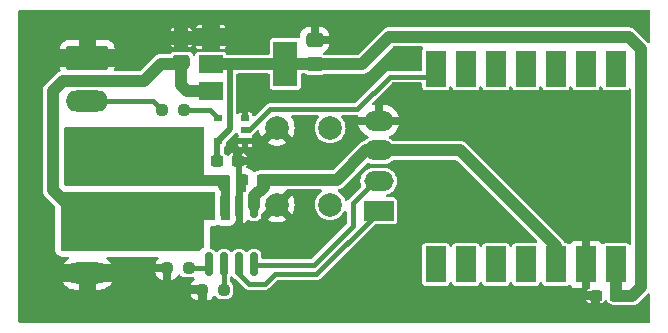
<source format=gbr>
%TF.GenerationSoftware,KiCad,Pcbnew,8.0.3*%
%TF.CreationDate,2024-06-15T12:10:25-04:00*%
%TF.ProjectId,RP2040_Count,52503230-3430-45f4-936f-756e742e6b69,v2*%
%TF.SameCoordinates,Original*%
%TF.FileFunction,Copper,L1,Top*%
%TF.FilePolarity,Positive*%
%FSLAX46Y46*%
G04 Gerber Fmt 4.6, Leading zero omitted, Abs format (unit mm)*
G04 Created by KiCad (PCBNEW 8.0.3) date 2024-06-15 12:10:25*
%MOMM*%
%LPD*%
G01*
G04 APERTURE LIST*
G04 Aperture macros list*
%AMRoundRect*
0 Rectangle with rounded corners*
0 $1 Rounding radius*
0 $2 $3 $4 $5 $6 $7 $8 $9 X,Y pos of 4 corners*
0 Add a 4 corners polygon primitive as box body*
4,1,4,$2,$3,$4,$5,$6,$7,$8,$9,$2,$3,0*
0 Add four circle primitives for the rounded corners*
1,1,$1+$1,$2,$3*
1,1,$1+$1,$4,$5*
1,1,$1+$1,$6,$7*
1,1,$1+$1,$8,$9*
0 Add four rect primitives between the rounded corners*
20,1,$1+$1,$2,$3,$4,$5,0*
20,1,$1+$1,$4,$5,$6,$7,0*
20,1,$1+$1,$6,$7,$8,$9,0*
20,1,$1+$1,$8,$9,$2,$3,0*%
G04 Aperture macros list end*
%TA.AperFunction,SMDPad,CuDef*%
%ADD10RoundRect,0.249999X1.425001X-0.450001X1.425001X0.450001X-1.425001X0.450001X-1.425001X-0.450001X0*%
%TD*%
%TA.AperFunction,ComponentPad*%
%ADD11RoundRect,0.250000X-1.550000X0.650000X-1.550000X-0.650000X1.550000X-0.650000X1.550000X0.650000X0*%
%TD*%
%TA.AperFunction,ComponentPad*%
%ADD12O,3.600000X1.800000*%
%TD*%
%TA.AperFunction,SMDPad,CuDef*%
%ADD13RoundRect,0.237500X0.250000X0.237500X-0.250000X0.237500X-0.250000X-0.237500X0.250000X-0.237500X0*%
%TD*%
%TA.AperFunction,SMDPad,CuDef*%
%ADD14RoundRect,0.237500X-0.300000X-0.237500X0.300000X-0.237500X0.300000X0.237500X-0.300000X0.237500X0*%
%TD*%
%TA.AperFunction,SMDPad,CuDef*%
%ADD15R,0.700000X0.510000*%
%TD*%
%TA.AperFunction,SMDPad,CuDef*%
%ADD16RoundRect,0.150000X0.150000X-0.825000X0.150000X0.825000X-0.150000X0.825000X-0.150000X-0.825000X0*%
%TD*%
%TA.AperFunction,SMDPad,CuDef*%
%ADD17RoundRect,0.250000X0.475000X-0.337500X0.475000X0.337500X-0.475000X0.337500X-0.475000X-0.337500X0*%
%TD*%
%TA.AperFunction,ComponentPad*%
%ADD18R,1.600000X1.600000*%
%TD*%
%TA.AperFunction,SMDPad,CuDef*%
%ADD19R,1.700000X3.030000*%
%TD*%
%TA.AperFunction,ComponentPad*%
%ADD20C,1.600000*%
%TD*%
%TA.AperFunction,SMDPad,CuDef*%
%ADD21RoundRect,0.237500X-0.250000X-0.237500X0.250000X-0.237500X0.250000X0.237500X-0.250000X0.237500X0*%
%TD*%
%TA.AperFunction,SMDPad,CuDef*%
%ADD22R,2.000000X1.500000*%
%TD*%
%TA.AperFunction,SMDPad,CuDef*%
%ADD23R,2.000000X3.800000*%
%TD*%
%TA.AperFunction,SMDPad,CuDef*%
%ADD24RoundRect,0.237500X0.300000X0.237500X-0.300000X0.237500X-0.300000X-0.237500X0.300000X-0.237500X0*%
%TD*%
%TA.AperFunction,ComponentPad*%
%ADD25RoundRect,0.291667X-1.508333X0.758333X-1.508333X-0.758333X1.508333X-0.758333X1.508333X0.758333X0*%
%TD*%
%TA.AperFunction,ComponentPad*%
%ADD26O,3.600000X2.100000*%
%TD*%
%TA.AperFunction,ComponentPad*%
%ADD27R,2.500000X1.700000*%
%TD*%
%TA.AperFunction,ComponentPad*%
%ADD28O,2.500000X1.700000*%
%TD*%
%TA.AperFunction,ComponentPad*%
%ADD29C,2.000000*%
%TD*%
%TA.AperFunction,ViaPad*%
%ADD30C,0.800000*%
%TD*%
%TA.AperFunction,Conductor*%
%ADD31C,0.500000*%
%TD*%
%TA.AperFunction,Conductor*%
%ADD32C,1.000000*%
%TD*%
%TA.AperFunction,Conductor*%
%ADD33C,0.400000*%
%TD*%
G04 APERTURE END LIST*
D10*
%TO.P,R2,1*%
%TO.N,VIN1*%
X112200000Y-91800000D03*
%TO.P,R2,2*%
%TO.N,VOUT1*%
X112200000Y-85700000D03*
%TD*%
D11*
%TO.P,TB1,1,P1*%
%TO.N,VIN1*%
X105357500Y-92112500D03*
D12*
%TO.P,TB1,2,P2*%
%TO.N,GND*%
X105357500Y-95922500D03*
%TD*%
D13*
%TO.P,R3,1*%
%TO.N,Net-(U4-A0)*%
X116912500Y-97300000D03*
%TO.P,R3,2*%
%TO.N,GND*%
X115087500Y-97300000D03*
%TD*%
D14*
%TO.P,C6,1*%
%TO.N,GND*%
X148375000Y-97800000D03*
%TO.P,C6,2*%
%TO.N,+5V*%
X150100000Y-97800000D03*
%TD*%
%TO.P,C1,1*%
%TO.N,+5V*%
X116337500Y-86400000D03*
%TO.P,C1,2*%
%TO.N,GND*%
X118062500Y-86400000D03*
%TD*%
D15*
%TO.P,U1,1*%
%TO.N,GND*%
X118720000Y-84700000D03*
%TO.P,U1,2*%
%TO.N,OUT1*%
X118720000Y-83750000D03*
%TO.P,U1,3,GND*%
%TO.N,GND*%
X118720000Y-82800000D03*
%TO.P,U1,4*%
%TO.N,Net-(R1-Pad2)*%
X116400000Y-82800000D03*
%TO.P,U1,5,VCC*%
%TO.N,+5V*%
X116400000Y-84700000D03*
%TD*%
D16*
%TO.P,U4,1,A1*%
%TO.N,Net-(U4-A1)*%
X115645000Y-95145000D03*
%TO.P,U4,2,A0*%
%TO.N,Net-(U4-A0)*%
X116915000Y-95145000D03*
%TO.P,U4,3,SDA*%
%TO.N,I2C_SDA*%
X118185000Y-95145000D03*
%TO.P,U4,4,SCL*%
%TO.N,I2C_SCL*%
X119455000Y-95145000D03*
%TO.P,U4,5,VS*%
%TO.N,+3.3V*%
X119455000Y-90195000D03*
%TO.P,U4,6,GND*%
%TO.N,GND*%
X118185000Y-90195000D03*
%TO.P,U4,7,IN-*%
%TO.N,VOUT1*%
X116915000Y-90195000D03*
%TO.P,U4,8,IN+*%
%TO.N,VIN1*%
X115645000Y-90195000D03*
%TD*%
D17*
%TO.P,C4,1*%
%TO.N,+5V*%
X124600000Y-78237500D03*
%TO.P,C4,2*%
%TO.N,GND*%
X124600000Y-76162500D03*
%TD*%
D18*
%TO.P,U2,1,PA02_A0_D0*%
%TO.N,unconnected-(U2-PA02_A0_D0-Pad1)*%
X150100000Y-79260000D03*
D19*
X150100001Y-78595000D03*
D20*
%TO.P,U2,2,PA4_A1_D1*%
%TO.N,unconnected-(U2-PA4_A1_D1-Pad2)*%
X147560000Y-79260000D03*
D19*
X147560000Y-78595000D03*
D20*
%TO.P,U2,3,PA10_A2_D2*%
%TO.N,unconnected-(U2-PA10_A2_D2-Pad3)*%
X145020000Y-79260000D03*
D19*
X145020000Y-78595000D03*
D20*
%TO.P,U2,4,PA11_A3_D3*%
%TO.N,unconnected-(U2-PA11_A3_D3-Pad4)*%
X142480000Y-79260000D03*
D19*
X142480000Y-78595000D03*
D20*
%TO.P,U2,5,PA8_A4_D4_SDA*%
%TO.N,I2C_SDA*%
X139940000Y-79260000D03*
D19*
X139940000Y-78595000D03*
D20*
%TO.P,U2,6,PA9_A5_D5_SCL*%
%TO.N,I2C_SCL*%
X137400000Y-79260000D03*
D19*
X137400000Y-78595000D03*
D20*
%TO.P,U2,7,PB08_A6_D6_TX*%
%TO.N,OUT1*%
X134860000Y-79260000D03*
D19*
X134860000Y-78595000D03*
%TO.P,U2,8,PB09_A7_D7_RX*%
%TO.N,SW1*%
X134860000Y-95165000D03*
D20*
X134860000Y-94500000D03*
D19*
%TO.P,U2,9,PA7_A8_D8_SCK*%
%TO.N,unconnected-(U2-PA7_A8_D8_SCK-Pad9)*%
X137400000Y-95165000D03*
D20*
X137400000Y-94500000D03*
D19*
%TO.P,U2,10,PA5_A9_D9_MISO*%
%TO.N,unconnected-(U2-PA5_A9_D9_MISO-Pad10)*%
X139940000Y-95165000D03*
D20*
X139940000Y-94500000D03*
D19*
%TO.P,U2,11,PA6_A10_D10_MOSI*%
%TO.N,unconnected-(U2-PA6_A10_D10_MOSI-Pad11)*%
X142480000Y-95165000D03*
D20*
X142480000Y-94500000D03*
D19*
%TO.P,U2,12,3V3*%
%TO.N,+3.3V*%
X145020000Y-95165000D03*
D20*
X145020000Y-94500000D03*
D19*
%TO.P,U2,13,GND*%
%TO.N,GND*%
X147560000Y-95165000D03*
D20*
X147560000Y-94500000D03*
%TO.P,U2,14,5V*%
%TO.N,+5V*%
X150100000Y-94500000D03*
D19*
X150100000Y-95165000D03*
%TD*%
D21*
%TO.P,R1,1*%
%TO.N,/DOUT1*%
X111687500Y-82100000D03*
%TO.P,R1,2*%
%TO.N,Net-(R1-Pad2)*%
X113512500Y-82100000D03*
%TD*%
D22*
%TO.P,U3,1,GND*%
%TO.N,GND*%
X115800000Y-75900000D03*
%TO.P,U3,2,VO*%
%TO.N,+5V*%
X115800000Y-78200000D03*
D23*
X122100000Y-78200000D03*
D22*
%TO.P,U3,3,VI*%
%TO.N,VIN1*%
X115800000Y-80500000D03*
%TD*%
D24*
%TO.P,C5,1*%
%TO.N,+3.3V*%
X120185000Y-87990000D03*
%TO.P,C5,2*%
%TO.N,GND*%
X118460000Y-87990000D03*
%TD*%
D17*
%TO.P,C3,1*%
%TO.N,VIN1*%
X113300000Y-78037500D03*
%TO.P,C3,2*%
%TO.N,GND*%
X113300000Y-75962500D03*
%TD*%
D13*
%TO.P,R4,1*%
%TO.N,Net-(U4-A1)*%
X113922500Y-95490000D03*
%TO.P,R4,2*%
%TO.N,GND*%
X112097500Y-95490000D03*
%TD*%
D25*
%TO.P,J2,1,Pin_1*%
%TO.N,GND*%
X105357500Y-77680000D03*
D12*
%TO.P,J2,2,Pin_2*%
%TO.N,/DOUT1*%
X105357500Y-81340000D03*
D26*
%TO.P,J2,3,Pin_3*%
%TO.N,VOUT1*%
X105357500Y-85000000D03*
%TD*%
D27*
%TO.P,J3,1,Pin_1*%
%TO.N,I2C_SDA*%
X130010000Y-90620000D03*
D28*
%TO.P,J3,2,Pin_2*%
%TO.N,I2C_SCL*%
X130010000Y-88120000D03*
%TO.P,J3,3,Pin_3*%
%TO.N,+3.3V*%
X130010000Y-85520000D03*
%TO.P,J3,4,Pin_4*%
%TO.N,GND*%
X130010000Y-83020000D03*
%TD*%
D29*
%TO.P,SW1,1,1*%
%TO.N,SW1*%
X125900000Y-90100000D03*
X125900000Y-83600000D03*
%TO.P,SW1,2,2*%
%TO.N,GND*%
X121400000Y-90100000D03*
X121400000Y-83600000D03*
%TD*%
D30*
%TO.N,GND*%
X132450000Y-95810000D03*
X120200000Y-76900000D03*
X119500000Y-86500000D03*
X117400000Y-92700000D03*
X108000000Y-99000000D03*
X125600000Y-74600000D03*
X115900000Y-99000000D03*
X125510000Y-92560000D03*
X127630000Y-95110000D03*
X152200000Y-74400000D03*
X150700000Y-81900000D03*
X151900000Y-99200000D03*
X121400000Y-81000000D03*
X118000000Y-76900000D03*
X147050000Y-81900000D03*
X119100000Y-75900000D03*
X124600000Y-74600000D03*
X132600000Y-86900000D03*
X109100000Y-76400000D03*
X131500000Y-77900000D03*
X101000000Y-94500000D03*
X123510000Y-74660000D03*
X120200000Y-75900000D03*
X119800000Y-79500000D03*
X150600000Y-92600000D03*
X113700000Y-97300000D03*
X114200000Y-74200000D03*
X136200000Y-87300000D03*
X148400000Y-99100000D03*
X146290000Y-74320000D03*
X135800000Y-83800000D03*
X131310000Y-74310000D03*
X141800000Y-92800000D03*
X145300000Y-98900000D03*
X119500000Y-92600000D03*
X116600000Y-74200000D03*
X135400000Y-81100000D03*
X141000000Y-99000000D03*
X121060000Y-94050000D03*
X118000000Y-75900000D03*
X112000000Y-74200000D03*
X130120000Y-95930000D03*
X110700000Y-95500000D03*
X139140000Y-74310000D03*
X111500000Y-76400000D03*
X147000000Y-97900000D03*
X146100000Y-92500000D03*
X121900000Y-97200000D03*
X112100000Y-97100000D03*
X122700000Y-81000000D03*
X116300000Y-92700000D03*
X121000000Y-99000000D03*
X126600000Y-76100000D03*
X112080000Y-98970000D03*
X113100000Y-74200000D03*
X142625000Y-81900000D03*
X118800000Y-81000000D03*
X130160000Y-93130000D03*
X135000000Y-99000000D03*
X132400000Y-90200000D03*
X124830000Y-86510000D03*
X111500000Y-75200000D03*
X119800000Y-81000000D03*
X115400000Y-74200000D03*
X101000000Y-99000000D03*
X138200000Y-84700000D03*
X124380000Y-80240000D03*
X127080000Y-80260000D03*
X150700000Y-86600000D03*
X126600000Y-74600000D03*
X127000000Y-99000000D03*
X119100000Y-76900000D03*
X118800000Y-79500000D03*
X118400000Y-92700000D03*
%TO.N,VIN1*%
X112700000Y-90500000D03*
X113700000Y-90500000D03*
X111700000Y-93500000D03*
X114700000Y-92500000D03*
X114700000Y-89500000D03*
X110700000Y-93500000D03*
X112700000Y-89500000D03*
X110700000Y-90500000D03*
X111700000Y-89500000D03*
X112700000Y-93500000D03*
X109700000Y-89500000D03*
X113700000Y-89500000D03*
X113700000Y-93500000D03*
X109700000Y-93500000D03*
X114700000Y-93500000D03*
X110700000Y-89500000D03*
X114700000Y-91500000D03*
X114700000Y-90500000D03*
X109700000Y-91500000D03*
X109700000Y-90500000D03*
X111700000Y-90500000D03*
X109700000Y-92500000D03*
%TO.N,VOUT1*%
X114700000Y-86000000D03*
X114700000Y-85000000D03*
X111700000Y-84000000D03*
X110700000Y-84000000D03*
X114700000Y-84000000D03*
X114700000Y-87000000D03*
X109700000Y-85000000D03*
X111700000Y-88000000D03*
X113700000Y-84000000D03*
X109700000Y-86000000D03*
X110700000Y-88000000D03*
X112700000Y-88000000D03*
X109700000Y-88000000D03*
X109700000Y-87000000D03*
X110700000Y-87000000D03*
X114700000Y-88000000D03*
X109700000Y-84000000D03*
X113700000Y-87000000D03*
X112700000Y-84000000D03*
X112700000Y-87000000D03*
X111700000Y-87000000D03*
X113700000Y-88000000D03*
%TD*%
D31*
%TO.N,+5V*%
X116400000Y-84700000D02*
X117400000Y-83700000D01*
D32*
X117400000Y-78200000D02*
X115800000Y-78200000D01*
X124562500Y-78200000D02*
X122100000Y-78200000D01*
X151170001Y-75900000D02*
X152200000Y-76929999D01*
X152200000Y-76929999D02*
X152200000Y-97100000D01*
X128562500Y-78237500D02*
X130900000Y-75900000D01*
X150100000Y-94500000D02*
X150100000Y-97800000D01*
D31*
X116337500Y-84762500D02*
X116400000Y-84700000D01*
D32*
X122100000Y-78200000D02*
X117400000Y-78200000D01*
X151500000Y-97800000D02*
X150100000Y-97800000D01*
X152200000Y-97100000D02*
X151500000Y-97800000D01*
X124600000Y-78237500D02*
X128562500Y-78237500D01*
D31*
X116337500Y-86400000D02*
X116337500Y-84762500D01*
X117400000Y-83700000D02*
X117400000Y-78200000D01*
D32*
X130900000Y-75900000D02*
X151170001Y-75900000D01*
D33*
%TO.N,GND*%
X118720000Y-82080000D02*
X119800000Y-81000000D01*
X119500000Y-86500000D02*
X118162500Y-86500000D01*
X118185000Y-92485000D02*
X118400000Y-92700000D01*
X118720000Y-84700000D02*
X118720000Y-85240000D01*
D31*
X118185000Y-90195000D02*
X118185000Y-92485000D01*
D33*
X118200000Y-86537500D02*
X118062500Y-86400000D01*
X118110000Y-86352500D02*
X118062500Y-86400000D01*
X118720000Y-82800000D02*
X118720000Y-82080000D01*
X118162500Y-86500000D02*
X118062500Y-86400000D01*
X118110000Y-85850000D02*
X118110000Y-86352500D01*
D31*
X118185000Y-90195000D02*
X118185000Y-88352500D01*
D33*
X118720000Y-85240000D02*
X118110000Y-85850000D01*
D31*
X118200000Y-87662500D02*
X118200000Y-86537500D01*
X118185000Y-88352500D02*
X118537500Y-88000000D01*
D33*
X118720000Y-84700000D02*
X119800000Y-84700000D01*
D31*
X118537500Y-88000000D02*
X118200000Y-87662500D01*
D32*
%TO.N,VIN1*%
X115800000Y-80500000D02*
X113800000Y-80500000D01*
X110150000Y-79600000D02*
X111590000Y-78160000D01*
D31*
X115005000Y-90195000D02*
X114700000Y-90500000D01*
D32*
X105357500Y-91857500D02*
X102400000Y-88900000D01*
X113177500Y-78160000D02*
X113300000Y-78037500D01*
X111590000Y-78160000D02*
X113177500Y-78160000D01*
X103268406Y-79600000D02*
X110150000Y-79600000D01*
X105357500Y-92112500D02*
X105357500Y-91857500D01*
X102400000Y-88900000D02*
X102400000Y-80468406D01*
X102400000Y-80468406D02*
X103268406Y-79600000D01*
D31*
X115645000Y-90195000D02*
X115005000Y-90195000D01*
D32*
X113800000Y-80500000D02*
X113300000Y-80000000D01*
X113300000Y-80000000D02*
X113300000Y-78037500D01*
%TO.N,+3.3V*%
X136880635Y-85500000D02*
X145020000Y-93639365D01*
X130010000Y-85520000D02*
X130030000Y-85500000D01*
X130030000Y-85500000D02*
X136880635Y-85500000D01*
X128980000Y-85520000D02*
X130010000Y-85520000D01*
X119455000Y-89382500D02*
X119455000Y-90195000D01*
X120262500Y-88000000D02*
X120262500Y-88575000D01*
X120262500Y-88000000D02*
X126500000Y-88000000D01*
X145020000Y-93639365D02*
X145020000Y-94500000D01*
X120262500Y-88575000D02*
X119455000Y-89382500D01*
X126500000Y-88000000D02*
X128980000Y-85520000D01*
D33*
%TO.N,/DOUT1*%
X110927500Y-81340000D02*
X105357500Y-81340000D01*
X111687500Y-82100000D02*
X110927500Y-81340000D01*
D31*
%TO.N,VOUT1*%
X116800000Y-88300000D02*
X116915000Y-88415000D01*
X116800000Y-88000000D02*
X116800000Y-88300000D01*
X116915000Y-88415000D02*
X116915000Y-90195000D01*
X114700000Y-88000000D02*
X116800000Y-88000000D01*
D33*
%TO.N,I2C_SDA*%
X121200000Y-96000000D02*
X120400000Y-96800000D01*
X119000000Y-96800000D02*
X118185000Y-95985000D01*
X118185000Y-95985000D02*
X118185000Y-95145000D01*
X124700000Y-96000000D02*
X121200000Y-96000000D01*
X130010000Y-90690000D02*
X124700000Y-96000000D01*
X120400000Y-96800000D02*
X119000000Y-96800000D01*
X130010000Y-90620000D02*
X130010000Y-90690000D01*
%TO.N,I2C_SCL*%
X130010000Y-88120000D02*
X129680000Y-88120000D01*
X119485000Y-95175000D02*
X119455000Y-95145000D01*
X127800000Y-90000000D02*
X127800000Y-91900000D01*
X124525000Y-95175000D02*
X119485000Y-95175000D01*
X129680000Y-88120000D02*
X127800000Y-90000000D01*
X127800000Y-91900000D02*
X124525000Y-95175000D01*
%TO.N,Net-(R1-Pad2)*%
X116400000Y-82800000D02*
X115700000Y-82100000D01*
X115700000Y-82100000D02*
X113512500Y-82100000D01*
%TO.N,Net-(U4-A0)*%
X116915000Y-95145000D02*
X116915000Y-97297500D01*
X116915000Y-97297500D02*
X116912500Y-97300000D01*
%TO.N,Net-(U4-A1)*%
X115300000Y-95490000D02*
X115645000Y-95145000D01*
X113922500Y-95490000D02*
X115300000Y-95490000D01*
%TO.N,OUT1*%
X119060000Y-83750000D02*
X120780000Y-82030000D01*
X120780000Y-82030000D02*
X128170000Y-82030000D01*
X130940000Y-79260000D02*
X134860000Y-79260000D01*
X128170000Y-82030000D02*
X130940000Y-79260000D01*
X118720000Y-83750000D02*
X119060000Y-83750000D01*
%TD*%
%TA.AperFunction,Conductor*%
%TO.N,VOUT1*%
G36*
X115143039Y-83519685D02*
G01*
X115188794Y-83572489D01*
X115200000Y-83624000D01*
X115200000Y-87600000D01*
X117298000Y-87600000D01*
X117365039Y-87619685D01*
X117410794Y-87672489D01*
X117422000Y-87724000D01*
X117422000Y-88276669D01*
X117422001Y-88276687D01*
X117433014Y-88384489D01*
X117432751Y-88384515D01*
X117434500Y-88401032D01*
X117434500Y-89087670D01*
X117429576Y-89122265D01*
X117387402Y-89267426D01*
X117387401Y-89267432D01*
X117384500Y-89304298D01*
X117384500Y-91085701D01*
X117387401Y-91122567D01*
X117387402Y-91122573D01*
X117421927Y-91241405D01*
X117421728Y-91311274D01*
X117383786Y-91369944D01*
X117320148Y-91398788D01*
X117302851Y-91400000D01*
X116781331Y-91400000D01*
X116714292Y-91380315D01*
X116668537Y-91327511D01*
X116657332Y-91275647D01*
X116657425Y-91243022D01*
X116657425Y-91242851D01*
X116657424Y-91242850D01*
X116657425Y-91242845D01*
X116657425Y-91242844D01*
X116637354Y-91100371D01*
X116624924Y-91057587D01*
X116620000Y-91022991D01*
X116620000Y-89367009D01*
X116624924Y-89332414D01*
X116633090Y-89304306D01*
X116634450Y-89299626D01*
X116643126Y-89265328D01*
X116646787Y-89248380D01*
X116653038Y-89213583D01*
X116653037Y-89069703D01*
X116643093Y-89000545D01*
X116602558Y-88862496D01*
X116524770Y-88741457D01*
X116524765Y-88741451D01*
X116479021Y-88688659D01*
X116479017Y-88688656D01*
X116479015Y-88688653D01*
X116442795Y-88657268D01*
X116405023Y-88598491D01*
X116400000Y-88563557D01*
X116400000Y-88500000D01*
X116077068Y-88500000D01*
X116059422Y-88498738D01*
X116029946Y-88494500D01*
X116029945Y-88494500D01*
X103524500Y-88494500D01*
X103457461Y-88474815D01*
X103411706Y-88422011D01*
X103400500Y-88370500D01*
X103400500Y-83624000D01*
X103420185Y-83556961D01*
X103472989Y-83511206D01*
X103524500Y-83500000D01*
X115076000Y-83500000D01*
X115143039Y-83519685D01*
G37*
%TD.AperFunction*%
%TD*%
%TA.AperFunction,Conductor*%
%TO.N,GND*%
G36*
X152943039Y-73619685D02*
G01*
X152988794Y-73672489D01*
X153000000Y-73724000D01*
X153000000Y-76298558D01*
X152980315Y-76365597D01*
X152927511Y-76411352D01*
X152858353Y-76421296D01*
X152794797Y-76392271D01*
X152788319Y-76386239D01*
X151680293Y-75278213D01*
X151680289Y-75278210D01*
X151549186Y-75190609D01*
X151549173Y-75190602D01*
X151403502Y-75130264D01*
X151403490Y-75130261D01*
X151248846Y-75099500D01*
X151248843Y-75099500D01*
X130978842Y-75099500D01*
X130821157Y-75099500D01*
X130821155Y-75099500D01*
X130666508Y-75130261D01*
X130666498Y-75130264D01*
X130520827Y-75190602D01*
X130520814Y-75190609D01*
X130389711Y-75278210D01*
X130389707Y-75278213D01*
X128267241Y-77400681D01*
X128205918Y-77434166D01*
X128179560Y-77437000D01*
X125417210Y-77437000D01*
X125355285Y-77418816D01*
X125354735Y-77419796D01*
X125350488Y-77417408D01*
X125350171Y-77417315D01*
X125342281Y-77411801D01*
X125340580Y-77410511D01*
X125341967Y-77408680D01*
X125301684Y-77367383D01*
X125287681Y-77298931D01*
X125312910Y-77233775D01*
X125369359Y-77192602D01*
X125372245Y-77191606D01*
X125394120Y-77184357D01*
X125394124Y-77184356D01*
X125543345Y-77092315D01*
X125667315Y-76968345D01*
X125759356Y-76819124D01*
X125759358Y-76819119D01*
X125814505Y-76652697D01*
X125814506Y-76652690D01*
X125824999Y-76549986D01*
X125825000Y-76549973D01*
X125825000Y-76512500D01*
X124374000Y-76512500D01*
X124306961Y-76492815D01*
X124261206Y-76440011D01*
X124250000Y-76388500D01*
X124250000Y-75812500D01*
X124950000Y-75812500D01*
X125824999Y-75812500D01*
X125824999Y-75775028D01*
X125824998Y-75775013D01*
X125814505Y-75672302D01*
X125759358Y-75505880D01*
X125759356Y-75505875D01*
X125667315Y-75356654D01*
X125543345Y-75232684D01*
X125394124Y-75140643D01*
X125394119Y-75140641D01*
X125227697Y-75085494D01*
X125227690Y-75085493D01*
X125124986Y-75075000D01*
X124950000Y-75075000D01*
X124950000Y-75812500D01*
X124250000Y-75812500D01*
X124250000Y-75075000D01*
X124075029Y-75075000D01*
X124075012Y-75075001D01*
X123972302Y-75085494D01*
X123805880Y-75140641D01*
X123805875Y-75140643D01*
X123656654Y-75232684D01*
X123532684Y-75356654D01*
X123440643Y-75505875D01*
X123440641Y-75505880D01*
X123385494Y-75672302D01*
X123385493Y-75672309D01*
X123375000Y-75775013D01*
X123375000Y-75902634D01*
X123355315Y-75969673D01*
X123302511Y-76015428D01*
X123233353Y-76025372D01*
X123200914Y-76016069D01*
X123169991Y-76002415D01*
X123144865Y-75999500D01*
X121055143Y-75999500D01*
X121055117Y-75999502D01*
X121030012Y-76002413D01*
X121030008Y-76002415D01*
X120927235Y-76047793D01*
X120847794Y-76127234D01*
X120802415Y-76230006D01*
X120802415Y-76230008D01*
X120799500Y-76255131D01*
X120799500Y-77275500D01*
X120779815Y-77342539D01*
X120727011Y-77388294D01*
X120675500Y-77399500D01*
X117186989Y-77399500D01*
X117119950Y-77379815D01*
X117074195Y-77327011D01*
X117073607Y-77325704D01*
X117052206Y-77277235D01*
X116972765Y-77197794D01*
X116961006Y-77192602D01*
X116869992Y-77152415D01*
X116844865Y-77149500D01*
X114755143Y-77149500D01*
X114755117Y-77149502D01*
X114730012Y-77152413D01*
X114730008Y-77152415D01*
X114627235Y-77197793D01*
X114547794Y-77277234D01*
X114502415Y-77380006D01*
X114502413Y-77380014D01*
X114499910Y-77401589D01*
X114472629Y-77465912D01*
X114414903Y-77505275D01*
X114345059Y-77507180D01*
X114285273Y-77471023D01*
X114261381Y-77432780D01*
X114259361Y-77427658D01*
X114167922Y-77307077D01*
X114047343Y-77215639D01*
X113906561Y-77160122D01*
X113860926Y-77154642D01*
X113818102Y-77149500D01*
X112781898Y-77149500D01*
X112742853Y-77154188D01*
X112693438Y-77160122D01*
X112552656Y-77215639D01*
X112432077Y-77307077D01*
X112429537Y-77310428D01*
X112426434Y-77312720D01*
X112426080Y-77313075D01*
X112426026Y-77313021D01*
X112373344Y-77351950D01*
X112330735Y-77359500D01*
X111511153Y-77359500D01*
X111356510Y-77390260D01*
X111356502Y-77390262D01*
X111210824Y-77450604D01*
X111210814Y-77450609D01*
X111079711Y-77538210D01*
X111079707Y-77538213D01*
X109854741Y-78763181D01*
X109793418Y-78796666D01*
X109767060Y-78799500D01*
X107752950Y-78799500D01*
X107685911Y-78779815D01*
X107640156Y-78727011D01*
X107630212Y-78657853D01*
X107635909Y-78634544D01*
X107642535Y-78615608D01*
X107642536Y-78615601D01*
X107657499Y-78482796D01*
X107657500Y-78482792D01*
X107657500Y-78430000D01*
X103057500Y-78430000D01*
X103057500Y-78482796D01*
X103072463Y-78615601D01*
X103072465Y-78615612D01*
X103094593Y-78678848D01*
X103098155Y-78748627D01*
X103063427Y-78809254D01*
X103025005Y-78834364D01*
X102889230Y-78890604D01*
X102889220Y-78890609D01*
X102758117Y-78978210D01*
X102758113Y-78978213D01*
X102067906Y-79668422D01*
X101889711Y-79846617D01*
X101851828Y-79884500D01*
X101778209Y-79958118D01*
X101690609Y-80089220D01*
X101690602Y-80089233D01*
X101630264Y-80234904D01*
X101630261Y-80234916D01*
X101599500Y-80389559D01*
X101599500Y-88978846D01*
X101630261Y-89133489D01*
X101630264Y-89133501D01*
X101690602Y-89279172D01*
X101690609Y-89279185D01*
X101778210Y-89410288D01*
X101778213Y-89410292D01*
X102558181Y-90190259D01*
X102591666Y-90251582D01*
X102594500Y-90277940D01*
X102594500Y-93876000D01*
X102594501Y-93876009D01*
X102606052Y-93983450D01*
X102606054Y-93983462D01*
X102617260Y-94034972D01*
X102651383Y-94137497D01*
X102651386Y-94137503D01*
X102729171Y-94258537D01*
X102729179Y-94258548D01*
X102774923Y-94311340D01*
X102774926Y-94311343D01*
X102774930Y-94311347D01*
X102883664Y-94405567D01*
X103014541Y-94465338D01*
X103081580Y-94485023D01*
X103081584Y-94485024D01*
X103224000Y-94505500D01*
X103224003Y-94505500D01*
X103644378Y-94505500D01*
X103711417Y-94525185D01*
X103757172Y-94577989D01*
X103767116Y-94647147D01*
X103738091Y-94710703D01*
X103717264Y-94729818D01*
X103545458Y-94854642D01*
X103389642Y-95010458D01*
X103389637Y-95010464D01*
X103271912Y-95172499D01*
X103271912Y-95172500D01*
X107443088Y-95172500D01*
X107443087Y-95172499D01*
X107325362Y-95010464D01*
X107325357Y-95010458D01*
X107169541Y-94854642D01*
X106997736Y-94729818D01*
X106955071Y-94674488D01*
X106949092Y-94604875D01*
X106981698Y-94543080D01*
X107042537Y-94508722D01*
X107070622Y-94505500D01*
X111252155Y-94505500D01*
X111319194Y-94525185D01*
X111364949Y-94577989D01*
X111374893Y-94647147D01*
X111345868Y-94710703D01*
X111339836Y-94717181D01*
X111265055Y-94791961D01*
X111265052Y-94791965D01*
X111174551Y-94938688D01*
X111174545Y-94938701D01*
X111120319Y-95102348D01*
X111120318Y-95102354D01*
X111116471Y-95139999D01*
X111116472Y-95140000D01*
X112323500Y-95140000D01*
X112390539Y-95159685D01*
X112436294Y-95212489D01*
X112447500Y-95264000D01*
X112447500Y-96459802D01*
X112497650Y-96454680D01*
X112497653Y-96454680D01*
X112661300Y-96400453D01*
X112661311Y-96400448D01*
X112808034Y-96309947D01*
X112808038Y-96309944D01*
X112929943Y-96188039D01*
X113021806Y-96039107D01*
X113073754Y-95992383D01*
X113142717Y-95981160D01*
X113206799Y-96009004D01*
X113226149Y-96029278D01*
X113288501Y-96111501D01*
X113389425Y-96188034D01*
X113406342Y-96200862D01*
X113543923Y-96255117D01*
X113601562Y-96262039D01*
X113630381Y-96265500D01*
X113630382Y-96265500D01*
X114214616Y-96265500D01*
X114214618Y-96265500D01*
X114289230Y-96256539D01*
X114358136Y-96268089D01*
X114409861Y-96315060D01*
X114427980Y-96382539D01*
X114406741Y-96449102D01*
X114380934Y-96476913D01*
X114376965Y-96480051D01*
X114255055Y-96601961D01*
X114255052Y-96601965D01*
X114164551Y-96748688D01*
X114164545Y-96748701D01*
X114110319Y-96912348D01*
X114110318Y-96912354D01*
X114106471Y-96949999D01*
X114106472Y-96950000D01*
X115313500Y-96950000D01*
X115380539Y-96969685D01*
X115426294Y-97022489D01*
X115437500Y-97074000D01*
X115437500Y-98269802D01*
X115487650Y-98264680D01*
X115487653Y-98264680D01*
X115651300Y-98210453D01*
X115651311Y-98210448D01*
X115749311Y-98150000D01*
X147596656Y-98150000D01*
X147642733Y-98273538D01*
X147726741Y-98385758D01*
X147838963Y-98469767D01*
X147838966Y-98469768D01*
X147970306Y-98518757D01*
X148024999Y-98524637D01*
X148025000Y-98524637D01*
X148025000Y-98150000D01*
X147596656Y-98150000D01*
X115749311Y-98150000D01*
X115798034Y-98119947D01*
X115798038Y-98119944D01*
X115919943Y-97998039D01*
X116011806Y-97849107D01*
X116063754Y-97802383D01*
X116132717Y-97791160D01*
X116196799Y-97819004D01*
X116216149Y-97839278D01*
X116278501Y-97921501D01*
X116379425Y-97998034D01*
X116396342Y-98010862D01*
X116533923Y-98065117D01*
X116591562Y-98072039D01*
X116620381Y-98075500D01*
X116620382Y-98075500D01*
X117204619Y-98075500D01*
X117226232Y-98072904D01*
X117291077Y-98065117D01*
X117428658Y-98010862D01*
X117546500Y-97921500D01*
X117635862Y-97803658D01*
X117690117Y-97666077D01*
X117700500Y-97579618D01*
X117700500Y-97020382D01*
X117690117Y-96933923D01*
X117635862Y-96796342D01*
X117635860Y-96796339D01*
X117546500Y-96678499D01*
X117464575Y-96616374D01*
X117423051Y-96560182D01*
X117415500Y-96517570D01*
X117415500Y-96294539D01*
X117435185Y-96227500D01*
X117439727Y-96220910D01*
X117441079Y-96219076D01*
X117450228Y-96206681D01*
X117505871Y-96164430D01*
X117575527Y-96158968D01*
X117637078Y-96192033D01*
X117649769Y-96206678D01*
X117712850Y-96292150D01*
X117795772Y-96353349D01*
X117822118Y-96372793D01*
X117822120Y-96372794D01*
X117861334Y-96386515D01*
X117908062Y-96415876D01*
X118599500Y-97107314D01*
X118692686Y-97200500D01*
X118806814Y-97266392D01*
X118934108Y-97300500D01*
X118934110Y-97300500D01*
X120465890Y-97300500D01*
X120465892Y-97300500D01*
X120593186Y-97266392D01*
X120707314Y-97200500D01*
X121370995Y-96536819D01*
X121432318Y-96503334D01*
X121458676Y-96500500D01*
X124765890Y-96500500D01*
X124765892Y-96500500D01*
X124893186Y-96466392D01*
X125007314Y-96400500D01*
X129600995Y-91806817D01*
X129662318Y-91773333D01*
X129688676Y-91770499D01*
X131304856Y-91770499D01*
X131304864Y-91770499D01*
X131304879Y-91770497D01*
X131304882Y-91770497D01*
X131329987Y-91767586D01*
X131329988Y-91767585D01*
X131329991Y-91767585D01*
X131432765Y-91722206D01*
X131512206Y-91642765D01*
X131557585Y-91539991D01*
X131560500Y-91514865D01*
X131560499Y-89725136D01*
X131560497Y-89725117D01*
X131557586Y-89700012D01*
X131557585Y-89700010D01*
X131557585Y-89700009D01*
X131512206Y-89597235D01*
X131432765Y-89517794D01*
X131329992Y-89472415D01*
X131304868Y-89469500D01*
X131304865Y-89469500D01*
X130762669Y-89469500D01*
X130695630Y-89449815D01*
X130649875Y-89397011D01*
X130639931Y-89327853D01*
X130668956Y-89264297D01*
X130724351Y-89227569D01*
X130851636Y-89186212D01*
X130851639Y-89186211D01*
X131012994Y-89103996D01*
X131159501Y-88997553D01*
X131287553Y-88869501D01*
X131393996Y-88722994D01*
X131476211Y-88561639D01*
X131532171Y-88389409D01*
X131551144Y-88269618D01*
X131560500Y-88210551D01*
X131560500Y-88029448D01*
X131544019Y-87925397D01*
X131532171Y-87850591D01*
X131486615Y-87710382D01*
X131476212Y-87678363D01*
X131476211Y-87678360D01*
X131418467Y-87565033D01*
X131393996Y-87517006D01*
X131371717Y-87486342D01*
X131287558Y-87370505D01*
X131287554Y-87370500D01*
X131159499Y-87242445D01*
X131159494Y-87242441D01*
X131012997Y-87136006D01*
X131012996Y-87136005D01*
X131012994Y-87136004D01*
X130961300Y-87109664D01*
X130851639Y-87053788D01*
X130851636Y-87053787D01*
X130679410Y-86997829D01*
X130500551Y-86969500D01*
X130500546Y-86969500D01*
X129519454Y-86969500D01*
X129519449Y-86969500D01*
X129340589Y-86997829D01*
X129168363Y-87053787D01*
X129168360Y-87053788D01*
X129007002Y-87136006D01*
X128860505Y-87242441D01*
X128860500Y-87242445D01*
X128732445Y-87370500D01*
X128732441Y-87370505D01*
X128626006Y-87517002D01*
X128543788Y-87678360D01*
X128543787Y-87678363D01*
X128487829Y-87850589D01*
X128459500Y-88029448D01*
X128459500Y-88210551D01*
X128487829Y-88389410D01*
X128517060Y-88479375D01*
X128519055Y-88549217D01*
X128486810Y-88605374D01*
X127492686Y-89599500D01*
X127399502Y-89692683D01*
X127399498Y-89692689D01*
X127370051Y-89743691D01*
X127319483Y-89791906D01*
X127250876Y-89805127D01*
X127186011Y-89779158D01*
X127145484Y-89722243D01*
X127142890Y-89713781D01*
X127126742Y-89653513D01*
X127126738Y-89653502D01*
X127040936Y-89469500D01*
X127030568Y-89447266D01*
X126930014Y-89303658D01*
X126900045Y-89260858D01*
X126739141Y-89099954D01*
X126608475Y-89008462D01*
X126564850Y-88953886D01*
X126557656Y-88884387D01*
X126589178Y-88822032D01*
X126649408Y-88786618D01*
X126655370Y-88785277D01*
X126733497Y-88769737D01*
X126879179Y-88709394D01*
X127010289Y-88621789D01*
X129023510Y-86608566D01*
X129084831Y-86575083D01*
X129154522Y-86580067D01*
X129167489Y-86585767D01*
X129168358Y-86586210D01*
X129168363Y-86586212D01*
X129237170Y-86608568D01*
X129340591Y-86642171D01*
X129423429Y-86655291D01*
X129519449Y-86670500D01*
X129519454Y-86670500D01*
X130500551Y-86670500D01*
X130587259Y-86656765D01*
X130679409Y-86642171D01*
X130851639Y-86586211D01*
X131012994Y-86503996D01*
X131159501Y-86397553D01*
X131220235Y-86336819D01*
X131281558Y-86303334D01*
X131307916Y-86300500D01*
X136497695Y-86300500D01*
X136564734Y-86320185D01*
X136585376Y-86336819D01*
X143386376Y-93137819D01*
X143419861Y-93199142D01*
X143414877Y-93268834D01*
X143373005Y-93324767D01*
X143307541Y-93349184D01*
X143298695Y-93349500D01*
X141585143Y-93349500D01*
X141585117Y-93349502D01*
X141560012Y-93352413D01*
X141560008Y-93352415D01*
X141457235Y-93397793D01*
X141377794Y-93477234D01*
X141332415Y-93580006D01*
X141329967Y-93589007D01*
X141326934Y-93588181D01*
X141305885Y-93637801D01*
X141248156Y-93677159D01*
X141178312Y-93679058D01*
X141118529Y-93642895D01*
X141091882Y-93588510D01*
X141090035Y-93589013D01*
X141087585Y-93580013D01*
X141087585Y-93580009D01*
X141042206Y-93477235D01*
X140962765Y-93397794D01*
X140911520Y-93375167D01*
X140859992Y-93352415D01*
X140834865Y-93349500D01*
X139045143Y-93349500D01*
X139045117Y-93349502D01*
X139020012Y-93352413D01*
X139020008Y-93352415D01*
X138917235Y-93397793D01*
X138837794Y-93477234D01*
X138792415Y-93580006D01*
X138789967Y-93589007D01*
X138786934Y-93588181D01*
X138765885Y-93637801D01*
X138708156Y-93677159D01*
X138638312Y-93679058D01*
X138578529Y-93642895D01*
X138551882Y-93588510D01*
X138550035Y-93589013D01*
X138547585Y-93580013D01*
X138547585Y-93580009D01*
X138502206Y-93477235D01*
X138422765Y-93397794D01*
X138371520Y-93375167D01*
X138319992Y-93352415D01*
X138294865Y-93349500D01*
X136505143Y-93349500D01*
X136505117Y-93349502D01*
X136480012Y-93352413D01*
X136480008Y-93352415D01*
X136377235Y-93397793D01*
X136297794Y-93477234D01*
X136252415Y-93580006D01*
X136249967Y-93589007D01*
X136246934Y-93588181D01*
X136225885Y-93637801D01*
X136168156Y-93677159D01*
X136098312Y-93679058D01*
X136038529Y-93642895D01*
X136011882Y-93588510D01*
X136010035Y-93589013D01*
X136007585Y-93580013D01*
X136007585Y-93580009D01*
X135962206Y-93477235D01*
X135882765Y-93397794D01*
X135831520Y-93375167D01*
X135779992Y-93352415D01*
X135754865Y-93349500D01*
X133965143Y-93349500D01*
X133965117Y-93349502D01*
X133940012Y-93352413D01*
X133940008Y-93352415D01*
X133837235Y-93397793D01*
X133757794Y-93477234D01*
X133712415Y-93580006D01*
X133712415Y-93580008D01*
X133709500Y-93605131D01*
X133709500Y-96724856D01*
X133709502Y-96724882D01*
X133712413Y-96749987D01*
X133712415Y-96749991D01*
X133757793Y-96852764D01*
X133757794Y-96852765D01*
X133837235Y-96932206D01*
X133940009Y-96977585D01*
X133965135Y-96980500D01*
X135754864Y-96980499D01*
X135754879Y-96980497D01*
X135754882Y-96980497D01*
X135779987Y-96977586D01*
X135779988Y-96977585D01*
X135779991Y-96977585D01*
X135882765Y-96932206D01*
X135962206Y-96852765D01*
X136007585Y-96749991D01*
X136007585Y-96749988D01*
X136010033Y-96740993D01*
X136013071Y-96741819D01*
X136034082Y-96692237D01*
X136091795Y-96652856D01*
X136161639Y-96650928D01*
X136221436Y-96687067D01*
X136248126Y-96741487D01*
X136249965Y-96740987D01*
X136252415Y-96749991D01*
X136297793Y-96852764D01*
X136297794Y-96852765D01*
X136377235Y-96932206D01*
X136480009Y-96977585D01*
X136505135Y-96980500D01*
X138294864Y-96980499D01*
X138294879Y-96980497D01*
X138294882Y-96980497D01*
X138319987Y-96977586D01*
X138319988Y-96977585D01*
X138319991Y-96977585D01*
X138422765Y-96932206D01*
X138502206Y-96852765D01*
X138547585Y-96749991D01*
X138547585Y-96749988D01*
X138550033Y-96740993D01*
X138553071Y-96741819D01*
X138574082Y-96692237D01*
X138631795Y-96652856D01*
X138701639Y-96650928D01*
X138761436Y-96687067D01*
X138788126Y-96741487D01*
X138789965Y-96740987D01*
X138792415Y-96749991D01*
X138837793Y-96852764D01*
X138837794Y-96852765D01*
X138917235Y-96932206D01*
X139020009Y-96977585D01*
X139045135Y-96980500D01*
X140834864Y-96980499D01*
X140834879Y-96980497D01*
X140834882Y-96980497D01*
X140859987Y-96977586D01*
X140859988Y-96977585D01*
X140859991Y-96977585D01*
X140962765Y-96932206D01*
X141042206Y-96852765D01*
X141087585Y-96749991D01*
X141087585Y-96749988D01*
X141090033Y-96740993D01*
X141093071Y-96741819D01*
X141114082Y-96692237D01*
X141171795Y-96652856D01*
X141241639Y-96650928D01*
X141301436Y-96687067D01*
X141328126Y-96741487D01*
X141329965Y-96740987D01*
X141332415Y-96749991D01*
X141377793Y-96852764D01*
X141377794Y-96852765D01*
X141457235Y-96932206D01*
X141560009Y-96977585D01*
X141585135Y-96980500D01*
X143374864Y-96980499D01*
X143374879Y-96980497D01*
X143374882Y-96980497D01*
X143399987Y-96977586D01*
X143399988Y-96977585D01*
X143399991Y-96977585D01*
X143502765Y-96932206D01*
X143582206Y-96852765D01*
X143627585Y-96749991D01*
X143627585Y-96749988D01*
X143630033Y-96740993D01*
X143633071Y-96741819D01*
X143654082Y-96692237D01*
X143711795Y-96652856D01*
X143781639Y-96650928D01*
X143841436Y-96687067D01*
X143868126Y-96741487D01*
X143869965Y-96740987D01*
X143872415Y-96749991D01*
X143917793Y-96852764D01*
X143917794Y-96852765D01*
X143997235Y-96932206D01*
X144100009Y-96977585D01*
X144125135Y-96980500D01*
X145914864Y-96980499D01*
X145914879Y-96980497D01*
X145914882Y-96980497D01*
X145939987Y-96977586D01*
X145939988Y-96977585D01*
X145939991Y-96977585D01*
X146042765Y-96932206D01*
X146074020Y-96900950D01*
X146135340Y-96867466D01*
X146205032Y-96872450D01*
X146260966Y-96914320D01*
X146261791Y-96915604D01*
X146352809Y-97037187D01*
X146352812Y-97037190D01*
X146467906Y-97123350D01*
X146467913Y-97123354D01*
X146602620Y-97173596D01*
X146602627Y-97173598D01*
X146662155Y-97179999D01*
X146662172Y-97180000D01*
X147210000Y-97180000D01*
X147210000Y-94857106D01*
X147252993Y-94900099D01*
X147367007Y-94965925D01*
X147494174Y-95000000D01*
X147625826Y-95000000D01*
X147752993Y-94965925D01*
X147867007Y-94900099D01*
X147910000Y-94857106D01*
X147910000Y-97099000D01*
X147890315Y-97166039D01*
X147837511Y-97211794D01*
X147786000Y-97223000D01*
X147720184Y-97223000D01*
X147642734Y-97326459D01*
X147596656Y-97450000D01*
X148601000Y-97450000D01*
X148668039Y-97469685D01*
X148713794Y-97522489D01*
X148725000Y-97574000D01*
X148725000Y-98524637D01*
X148779692Y-98518757D01*
X148779694Y-98518757D01*
X148911033Y-98469768D01*
X148911036Y-98469767D01*
X149023258Y-98385758D01*
X149107266Y-98273537D01*
X149121049Y-98236584D01*
X149162920Y-98180649D01*
X149228384Y-98156231D01*
X149296657Y-98171082D01*
X149346063Y-98220486D01*
X149353413Y-98236579D01*
X149353415Y-98236584D01*
X149367288Y-98273778D01*
X149451384Y-98386116D01*
X149541555Y-98453618D01*
X149563127Y-98469767D01*
X149563722Y-98470212D01*
X149656094Y-98504665D01*
X149695200Y-98519251D01*
X149744216Y-98524521D01*
X149778412Y-98533249D01*
X149866498Y-98569735D01*
X149866503Y-98569737D01*
X150021153Y-98600499D01*
X150021156Y-98600500D01*
X150021158Y-98600500D01*
X151578844Y-98600500D01*
X151578845Y-98600499D01*
X151733497Y-98569737D01*
X151879179Y-98509394D01*
X152010289Y-98421789D01*
X152788319Y-97643759D01*
X152849642Y-97610274D01*
X152919333Y-97615258D01*
X152975267Y-97657130D01*
X152999684Y-97722594D01*
X153000000Y-97731440D01*
X153000000Y-99976000D01*
X152980315Y-100043039D01*
X152927511Y-100088794D01*
X152876000Y-100100000D01*
X99624000Y-100100000D01*
X99556961Y-100080315D01*
X99511206Y-100027511D01*
X99500000Y-99976000D01*
X99500000Y-97650000D01*
X114106473Y-97650000D01*
X114110319Y-97687651D01*
X114110319Y-97687653D01*
X114164546Y-97851300D01*
X114164551Y-97851311D01*
X114255052Y-97998034D01*
X114255055Y-97998038D01*
X114376961Y-98119944D01*
X114376965Y-98119947D01*
X114523688Y-98210448D01*
X114523699Y-98210453D01*
X114687347Y-98264680D01*
X114737500Y-98269803D01*
X114737500Y-97650000D01*
X114106473Y-97650000D01*
X99500000Y-97650000D01*
X99500000Y-96672500D01*
X103271912Y-96672500D01*
X103389637Y-96834535D01*
X103389642Y-96834541D01*
X103545458Y-96990357D01*
X103723739Y-97119886D01*
X103920089Y-97219932D01*
X104129664Y-97288026D01*
X104347319Y-97322500D01*
X104607500Y-97322500D01*
X106107500Y-97322500D01*
X106367681Y-97322500D01*
X106585335Y-97288026D01*
X106794910Y-97219932D01*
X106991260Y-97119886D01*
X107169541Y-96990357D01*
X107325357Y-96834541D01*
X107325362Y-96834535D01*
X107443087Y-96672500D01*
X106107500Y-96672500D01*
X106107500Y-97322500D01*
X104607500Y-97322500D01*
X104607500Y-96672500D01*
X103271912Y-96672500D01*
X99500000Y-96672500D01*
X99500000Y-95843509D01*
X104757500Y-95843509D01*
X104757500Y-96001491D01*
X104798389Y-96154091D01*
X104877381Y-96290908D01*
X104989092Y-96402619D01*
X105125909Y-96481611D01*
X105278509Y-96522500D01*
X105436491Y-96522500D01*
X105589091Y-96481611D01*
X105725908Y-96402619D01*
X105837619Y-96290908D01*
X105916611Y-96154091D01*
X105957500Y-96001491D01*
X105957500Y-95843509D01*
X105956560Y-95840000D01*
X111116473Y-95840000D01*
X111120319Y-95877651D01*
X111120319Y-95877653D01*
X111174546Y-96041300D01*
X111174551Y-96041311D01*
X111265052Y-96188034D01*
X111265055Y-96188038D01*
X111386961Y-96309944D01*
X111386965Y-96309947D01*
X111533688Y-96400448D01*
X111533699Y-96400453D01*
X111697347Y-96454680D01*
X111747500Y-96459803D01*
X111747500Y-95840000D01*
X111116473Y-95840000D01*
X105956560Y-95840000D01*
X105916611Y-95690909D01*
X105837619Y-95554092D01*
X105725908Y-95442381D01*
X105589091Y-95363389D01*
X105436491Y-95322500D01*
X105278509Y-95322500D01*
X105125909Y-95363389D01*
X104989092Y-95442381D01*
X104877381Y-95554092D01*
X104798389Y-95690909D01*
X104757500Y-95843509D01*
X99500000Y-95843509D01*
X99500000Y-77476009D01*
X104757500Y-77476009D01*
X104757500Y-77883991D01*
X104798389Y-78036591D01*
X104877381Y-78173408D01*
X104989092Y-78285119D01*
X105125909Y-78364111D01*
X105278509Y-78405000D01*
X105436491Y-78405000D01*
X105589091Y-78364111D01*
X105725908Y-78285119D01*
X105837619Y-78173408D01*
X105916611Y-78036591D01*
X105957500Y-77883991D01*
X105957500Y-77476009D01*
X105916611Y-77323409D01*
X105837619Y-77186592D01*
X105725908Y-77074881D01*
X105589091Y-76995889D01*
X105436491Y-76955000D01*
X105278509Y-76955000D01*
X105125909Y-76995889D01*
X104989092Y-77074881D01*
X104877381Y-77186592D01*
X104798389Y-77323409D01*
X104757500Y-77476009D01*
X99500000Y-77476009D01*
X99500000Y-76877203D01*
X103057500Y-76877203D01*
X103057500Y-76930000D01*
X104607500Y-76930000D01*
X106107500Y-76930000D01*
X107657500Y-76930000D01*
X107657500Y-76877207D01*
X107657499Y-76877203D01*
X107642536Y-76744398D01*
X107642534Y-76744387D01*
X107583613Y-76576002D01*
X107583608Y-76575992D01*
X107567276Y-76550000D01*
X112387569Y-76550000D01*
X112467809Y-76657186D01*
X112467814Y-76657191D01*
X112582906Y-76743350D01*
X112582915Y-76743355D01*
X112712499Y-76791686D01*
X112712500Y-76791686D01*
X113887500Y-76791686D01*
X114017084Y-76743355D01*
X114017093Y-76743350D01*
X114108892Y-76674628D01*
X114550000Y-76674628D01*
X114564503Y-76747540D01*
X114564505Y-76747544D01*
X114619760Y-76830239D01*
X114702455Y-76885494D01*
X114702459Y-76885496D01*
X114775371Y-76899999D01*
X114775374Y-76900000D01*
X115050000Y-76900000D01*
X116550000Y-76900000D01*
X116824626Y-76900000D01*
X116824628Y-76899999D01*
X116897540Y-76885496D01*
X116897544Y-76885494D01*
X116980239Y-76830239D01*
X117035494Y-76747544D01*
X117035496Y-76747540D01*
X117049999Y-76674628D01*
X117050000Y-76674626D01*
X117050000Y-76650000D01*
X116550000Y-76650000D01*
X116550000Y-76900000D01*
X115050000Y-76900000D01*
X115050000Y-76650000D01*
X114550000Y-76650000D01*
X114550000Y-76674628D01*
X114108892Y-76674628D01*
X114132185Y-76657191D01*
X114132190Y-76657186D01*
X114212431Y-76550000D01*
X113887500Y-76550000D01*
X113887500Y-76791686D01*
X112712500Y-76791686D01*
X112712500Y-76550000D01*
X112387569Y-76550000D01*
X107567276Y-76550000D01*
X107488703Y-76424953D01*
X107488698Y-76424947D01*
X107362552Y-76298801D01*
X107362546Y-76298796D01*
X107211507Y-76203891D01*
X107211497Y-76203886D01*
X107043112Y-76144965D01*
X107043101Y-76144963D01*
X106910296Y-76130000D01*
X106107500Y-76130000D01*
X106107500Y-76930000D01*
X104607500Y-76930000D01*
X104607500Y-76130000D01*
X103804703Y-76130000D01*
X103671898Y-76144963D01*
X103671887Y-76144965D01*
X103503502Y-76203886D01*
X103503492Y-76203891D01*
X103352453Y-76298796D01*
X103352447Y-76298801D01*
X103226301Y-76424947D01*
X103226296Y-76424953D01*
X103131391Y-76575992D01*
X103131386Y-76576002D01*
X103072465Y-76744387D01*
X103072463Y-76744398D01*
X103057500Y-76877203D01*
X99500000Y-76877203D01*
X99500000Y-75375000D01*
X112387569Y-75375000D01*
X112712500Y-75375000D01*
X113887500Y-75375000D01*
X114212430Y-75375000D01*
X114132190Y-75267813D01*
X114132185Y-75267808D01*
X114017093Y-75181649D01*
X113887500Y-75133313D01*
X113887500Y-75375000D01*
X112712500Y-75375000D01*
X112712500Y-75133313D01*
X112582906Y-75181649D01*
X112467814Y-75267808D01*
X112467809Y-75267813D01*
X112387569Y-75375000D01*
X99500000Y-75375000D01*
X99500000Y-75125371D01*
X114550000Y-75125371D01*
X114550000Y-75150000D01*
X115050000Y-75150000D01*
X116550000Y-75150000D01*
X117050000Y-75150000D01*
X117050000Y-75125373D01*
X117049999Y-75125371D01*
X117035496Y-75052459D01*
X117035494Y-75052455D01*
X116980239Y-74969760D01*
X116897544Y-74914505D01*
X116897540Y-74914503D01*
X116824627Y-74900000D01*
X116550000Y-74900000D01*
X116550000Y-75150000D01*
X115050000Y-75150000D01*
X115050000Y-74900000D01*
X114775373Y-74900000D01*
X114702459Y-74914503D01*
X114702455Y-74914505D01*
X114619760Y-74969760D01*
X114564505Y-75052455D01*
X114564503Y-75052459D01*
X114550000Y-75125371D01*
X99500000Y-75125371D01*
X99500000Y-73724000D01*
X99519685Y-73656961D01*
X99572489Y-73611206D01*
X99624000Y-73600000D01*
X152876000Y-73600000D01*
X152943039Y-73619685D01*
G37*
%TD.AperFunction*%
%TA.AperFunction,Conductor*%
G36*
X118753039Y-87659685D02*
G01*
X118798794Y-87712489D01*
X118810000Y-87764000D01*
X118810000Y-88869333D01*
X118790315Y-88936372D01*
X118789103Y-88938223D01*
X118779303Y-88952890D01*
X118725691Y-88997695D01*
X118676200Y-89008000D01*
X118485000Y-89008000D01*
X118485000Y-91653295D01*
X118595198Y-91621281D01*
X118736552Y-91537685D01*
X118736561Y-91537678D01*
X118852678Y-91421561D01*
X118852681Y-91421557D01*
X118855028Y-91417589D01*
X118906094Y-91369901D01*
X118974835Y-91357393D01*
X119035396Y-91380931D01*
X119092118Y-91422793D01*
X119134845Y-91437744D01*
X119220299Y-91467646D01*
X119250730Y-91470500D01*
X119250734Y-91470500D01*
X119659270Y-91470500D01*
X119689699Y-91467646D01*
X119689701Y-91467646D01*
X119753790Y-91445219D01*
X119817882Y-91422793D01*
X119927150Y-91342150D01*
X120007793Y-91232882D01*
X120030219Y-91168790D01*
X120052646Y-91104701D01*
X120052646Y-91104699D01*
X120055500Y-91074269D01*
X120055500Y-91000886D01*
X120075185Y-90933847D01*
X120091819Y-90913205D01*
X120850000Y-90155024D01*
X120850000Y-90172409D01*
X120887482Y-90312292D01*
X120959890Y-90437708D01*
X121062292Y-90540110D01*
X121187708Y-90612518D01*
X121327591Y-90650000D01*
X121344975Y-90650000D01*
X120614500Y-91380473D01*
X120795391Y-91478367D01*
X120795399Y-91478370D01*
X121030506Y-91559083D01*
X121275707Y-91600000D01*
X121524293Y-91600000D01*
X121769493Y-91559083D01*
X122004600Y-91478370D01*
X122004608Y-91478367D01*
X122185498Y-91380473D01*
X121455025Y-90650000D01*
X121472409Y-90650000D01*
X121612292Y-90612518D01*
X121737708Y-90540110D01*
X121840110Y-90437708D01*
X121912518Y-90312292D01*
X121950000Y-90172409D01*
X121950000Y-90155026D01*
X122679319Y-90884345D01*
X122723731Y-90816369D01*
X122823587Y-90588717D01*
X122884612Y-90347738D01*
X122884614Y-90347729D01*
X122905141Y-90100005D01*
X122905141Y-90099994D01*
X122884614Y-89852270D01*
X122884612Y-89852261D01*
X122823587Y-89611282D01*
X122723732Y-89383632D01*
X122679319Y-89315653D01*
X121950000Y-90044973D01*
X121950000Y-90027591D01*
X121912518Y-89887708D01*
X121840110Y-89762292D01*
X121737708Y-89659890D01*
X121612292Y-89587482D01*
X121472409Y-89550000D01*
X121455025Y-89550000D01*
X122168205Y-88836819D01*
X122229528Y-88803334D01*
X122255886Y-88800500D01*
X125095248Y-88800500D01*
X125162287Y-88820185D01*
X125208042Y-88872989D01*
X125217986Y-88942147D01*
X125188961Y-89005703D01*
X125166371Y-89026075D01*
X125060858Y-89099954D01*
X124899954Y-89260858D01*
X124769432Y-89447265D01*
X124769431Y-89447267D01*
X124673261Y-89653502D01*
X124673258Y-89653511D01*
X124614366Y-89873302D01*
X124614364Y-89873313D01*
X124594532Y-90099998D01*
X124594532Y-90100001D01*
X124614364Y-90326686D01*
X124614366Y-90326697D01*
X124673258Y-90546488D01*
X124673261Y-90546497D01*
X124769431Y-90752732D01*
X124769432Y-90752734D01*
X124899954Y-90939141D01*
X125060858Y-91100045D01*
X125061324Y-91100371D01*
X125247266Y-91230568D01*
X125453504Y-91326739D01*
X125673308Y-91385635D01*
X125835230Y-91399801D01*
X125899998Y-91405468D01*
X125900000Y-91405468D01*
X125900002Y-91405468D01*
X125956673Y-91400509D01*
X126126692Y-91385635D01*
X126346496Y-91326739D01*
X126552734Y-91230568D01*
X126739139Y-91100047D01*
X126900047Y-90939139D01*
X127030568Y-90752734D01*
X127063118Y-90682929D01*
X127109290Y-90630491D01*
X127176484Y-90611339D01*
X127243365Y-90631555D01*
X127288700Y-90684720D01*
X127299500Y-90735335D01*
X127299500Y-91641324D01*
X127279815Y-91708363D01*
X127263181Y-91729005D01*
X124354005Y-94638181D01*
X124292682Y-94671666D01*
X124266324Y-94674500D01*
X120179500Y-94674500D01*
X120112461Y-94654815D01*
X120066706Y-94602011D01*
X120055500Y-94550500D01*
X120055500Y-94265730D01*
X120052646Y-94235300D01*
X120052646Y-94235298D01*
X120007793Y-94107119D01*
X120007792Y-94107117D01*
X119927150Y-93997850D01*
X119817882Y-93917207D01*
X119817880Y-93917206D01*
X119689700Y-93872353D01*
X119659270Y-93869500D01*
X119659266Y-93869500D01*
X119250734Y-93869500D01*
X119250730Y-93869500D01*
X119220300Y-93872353D01*
X119220298Y-93872353D01*
X119092119Y-93917206D01*
X119092117Y-93917207D01*
X118982850Y-93997850D01*
X118919770Y-94083321D01*
X118864123Y-94125571D01*
X118794466Y-94131030D01*
X118732917Y-94097962D01*
X118720230Y-94083321D01*
X118684543Y-94034967D01*
X118657150Y-93997850D01*
X118547882Y-93917207D01*
X118547880Y-93917206D01*
X118419700Y-93872353D01*
X118389270Y-93869500D01*
X118389266Y-93869500D01*
X117980734Y-93869500D01*
X117980730Y-93869500D01*
X117950300Y-93872353D01*
X117950298Y-93872353D01*
X117822119Y-93917206D01*
X117822117Y-93917207D01*
X117712850Y-93997850D01*
X117649770Y-94083321D01*
X117594123Y-94125571D01*
X117524466Y-94131030D01*
X117462917Y-94097962D01*
X117450230Y-94083321D01*
X117414543Y-94034967D01*
X117387150Y-93997850D01*
X117277882Y-93917207D01*
X117277880Y-93917206D01*
X117149700Y-93872353D01*
X117119270Y-93869500D01*
X117119266Y-93869500D01*
X116710734Y-93869500D01*
X116710730Y-93869500D01*
X116680300Y-93872353D01*
X116680298Y-93872353D01*
X116552119Y-93917206D01*
X116552117Y-93917207D01*
X116442850Y-93997850D01*
X116379770Y-94083321D01*
X116324123Y-94125571D01*
X116254466Y-94131030D01*
X116192917Y-94097962D01*
X116180230Y-94083321D01*
X116144543Y-94034967D01*
X116117150Y-93997850D01*
X116007882Y-93917207D01*
X116007880Y-93917206D01*
X115879700Y-93872353D01*
X115849270Y-93869500D01*
X115849266Y-93869500D01*
X115819631Y-93869500D01*
X115752592Y-93849815D01*
X115706837Y-93797011D01*
X115696893Y-93727854D01*
X115696938Y-93727539D01*
X115705500Y-93667990D01*
X115705500Y-92029500D01*
X115725185Y-91962461D01*
X115777989Y-91916706D01*
X115829500Y-91905500D01*
X116032855Y-91905500D01*
X116044629Y-91905088D01*
X116068185Y-91904264D01*
X116085482Y-91903052D01*
X116120665Y-91899345D01*
X116258831Y-91859202D01*
X116322469Y-91830358D01*
X116337644Y-91820666D01*
X116404736Y-91801169D01*
X116455901Y-91812374D01*
X116571872Y-91865338D01*
X116638911Y-91885023D01*
X116638915Y-91885024D01*
X116781331Y-91905500D01*
X116781334Y-91905500D01*
X117302855Y-91905500D01*
X117314629Y-91905088D01*
X117338185Y-91904264D01*
X117355482Y-91903052D01*
X117390665Y-91899345D01*
X117528831Y-91859202D01*
X117592469Y-91830358D01*
X117607644Y-91820667D01*
X117713724Y-91752921D01*
X117713726Y-91752919D01*
X117765581Y-91693418D01*
X117824466Y-91655812D01*
X117881651Y-91655811D01*
X117885000Y-91653296D01*
X117885000Y-91528616D01*
X117896351Y-91476786D01*
X117906344Y-91455071D01*
X117927226Y-91312714D01*
X117927229Y-91311549D01*
X117927425Y-91243022D01*
X117927425Y-91242851D01*
X117927424Y-91242850D01*
X117927425Y-91242845D01*
X117927425Y-91242844D01*
X117907354Y-91100371D01*
X117907259Y-91100045D01*
X117894924Y-91057587D01*
X117890000Y-91022991D01*
X117890000Y-89367008D01*
X117894924Y-89332412D01*
X117910392Y-89279172D01*
X117915004Y-89263298D01*
X117930032Y-89193496D01*
X117934956Y-89158901D01*
X117940000Y-89087670D01*
X117940000Y-88801000D01*
X117959685Y-88733961D01*
X118012489Y-88688206D01*
X118064000Y-88677000D01*
X118110000Y-88677000D01*
X118110000Y-87764000D01*
X118129685Y-87696961D01*
X118182489Y-87651206D01*
X118234000Y-87640000D01*
X118686000Y-87640000D01*
X118753039Y-87659685D01*
G37*
%TD.AperFunction*%
%TA.AperFunction,Conductor*%
G36*
X133652540Y-79780185D02*
G01*
X133698295Y-79832989D01*
X133709501Y-79884500D01*
X133709501Y-80154856D01*
X133709502Y-80154882D01*
X133712413Y-80179987D01*
X133712415Y-80179991D01*
X133757793Y-80282764D01*
X133757794Y-80282765D01*
X133837235Y-80362206D01*
X133940009Y-80407585D01*
X133965135Y-80410500D01*
X135754864Y-80410499D01*
X135754879Y-80410497D01*
X135754882Y-80410497D01*
X135779987Y-80407586D01*
X135779988Y-80407585D01*
X135779991Y-80407585D01*
X135882765Y-80362206D01*
X135962206Y-80282765D01*
X136007585Y-80179991D01*
X136007585Y-80179988D01*
X136010033Y-80170993D01*
X136013071Y-80171819D01*
X136034082Y-80122237D01*
X136091795Y-80082856D01*
X136161639Y-80080928D01*
X136221436Y-80117067D01*
X136248126Y-80171487D01*
X136249965Y-80170987D01*
X136252415Y-80179991D01*
X136297793Y-80282764D01*
X136297794Y-80282765D01*
X136377235Y-80362206D01*
X136480009Y-80407585D01*
X136505135Y-80410500D01*
X138294864Y-80410499D01*
X138294879Y-80410497D01*
X138294882Y-80410497D01*
X138319987Y-80407586D01*
X138319988Y-80407585D01*
X138319991Y-80407585D01*
X138422765Y-80362206D01*
X138502206Y-80282765D01*
X138547585Y-80179991D01*
X138547585Y-80179988D01*
X138550033Y-80170993D01*
X138553071Y-80171819D01*
X138574082Y-80122237D01*
X138631795Y-80082856D01*
X138701639Y-80080928D01*
X138761436Y-80117067D01*
X138788126Y-80171487D01*
X138789965Y-80170987D01*
X138792415Y-80179991D01*
X138837793Y-80282764D01*
X138837794Y-80282765D01*
X138917235Y-80362206D01*
X139020009Y-80407585D01*
X139045135Y-80410500D01*
X140834864Y-80410499D01*
X140834879Y-80410497D01*
X140834882Y-80410497D01*
X140859987Y-80407586D01*
X140859988Y-80407585D01*
X140859991Y-80407585D01*
X140962765Y-80362206D01*
X141042206Y-80282765D01*
X141087585Y-80179991D01*
X141087585Y-80179988D01*
X141090033Y-80170993D01*
X141093071Y-80171819D01*
X141114082Y-80122237D01*
X141171795Y-80082856D01*
X141241639Y-80080928D01*
X141301436Y-80117067D01*
X141328126Y-80171487D01*
X141329965Y-80170987D01*
X141332415Y-80179991D01*
X141377793Y-80282764D01*
X141377794Y-80282765D01*
X141457235Y-80362206D01*
X141560009Y-80407585D01*
X141585135Y-80410500D01*
X143374864Y-80410499D01*
X143374879Y-80410497D01*
X143374882Y-80410497D01*
X143399987Y-80407586D01*
X143399988Y-80407585D01*
X143399991Y-80407585D01*
X143502765Y-80362206D01*
X143582206Y-80282765D01*
X143627585Y-80179991D01*
X143627585Y-80179988D01*
X143630033Y-80170993D01*
X143633071Y-80171819D01*
X143654082Y-80122237D01*
X143711795Y-80082856D01*
X143781639Y-80080928D01*
X143841436Y-80117067D01*
X143868126Y-80171487D01*
X143869965Y-80170987D01*
X143872415Y-80179991D01*
X143917793Y-80282764D01*
X143917794Y-80282765D01*
X143997235Y-80362206D01*
X144100009Y-80407585D01*
X144125135Y-80410500D01*
X145914864Y-80410499D01*
X145914879Y-80410497D01*
X145914882Y-80410497D01*
X145939987Y-80407586D01*
X145939988Y-80407585D01*
X145939991Y-80407585D01*
X146042765Y-80362206D01*
X146122206Y-80282765D01*
X146167585Y-80179991D01*
X146167585Y-80179988D01*
X146170033Y-80170993D01*
X146173071Y-80171819D01*
X146194082Y-80122237D01*
X146251795Y-80082856D01*
X146321639Y-80080928D01*
X146381436Y-80117067D01*
X146408126Y-80171487D01*
X146409965Y-80170987D01*
X146412415Y-80179991D01*
X146457793Y-80282764D01*
X146457794Y-80282765D01*
X146537235Y-80362206D01*
X146640009Y-80407585D01*
X146665135Y-80410500D01*
X148454864Y-80410499D01*
X148454879Y-80410497D01*
X148454882Y-80410497D01*
X148479987Y-80407586D01*
X148479988Y-80407585D01*
X148479991Y-80407585D01*
X148582765Y-80362206D01*
X148662206Y-80282765D01*
X148707585Y-80179991D01*
X148707585Y-80179988D01*
X148710033Y-80170993D01*
X148713067Y-80171818D01*
X148734095Y-80122218D01*
X148791814Y-80082845D01*
X148861658Y-80080928D01*
X148921450Y-80117076D01*
X148948126Y-80171487D01*
X148949966Y-80170987D01*
X148952416Y-80179991D01*
X148997794Y-80282764D01*
X148997795Y-80282765D01*
X149077236Y-80362206D01*
X149180010Y-80407585D01*
X149205136Y-80410500D01*
X150994865Y-80410499D01*
X150994880Y-80410497D01*
X150994883Y-80410497D01*
X151019988Y-80407586D01*
X151019989Y-80407585D01*
X151019992Y-80407585D01*
X151122766Y-80362206D01*
X151187819Y-80297153D01*
X151249142Y-80263668D01*
X151318834Y-80268652D01*
X151374767Y-80310524D01*
X151399184Y-80375988D01*
X151399500Y-80384834D01*
X151399500Y-93375167D01*
X151379815Y-93442206D01*
X151327011Y-93487961D01*
X151257853Y-93497905D01*
X151194297Y-93468880D01*
X151187819Y-93462848D01*
X151122765Y-93397794D01*
X151019992Y-93352415D01*
X150994865Y-93349500D01*
X149205143Y-93349500D01*
X149205117Y-93349502D01*
X149180012Y-93352413D01*
X149180008Y-93352415D01*
X149077235Y-93397793D01*
X149077233Y-93397794D01*
X149045979Y-93429049D01*
X148984656Y-93462534D01*
X148914964Y-93457548D01*
X148859031Y-93415676D01*
X148858208Y-93414395D01*
X148767190Y-93292812D01*
X148767187Y-93292809D01*
X148652093Y-93206649D01*
X148652086Y-93206645D01*
X148517379Y-93156403D01*
X148517372Y-93156401D01*
X148457844Y-93150000D01*
X147910000Y-93150000D01*
X147910000Y-94142894D01*
X147867007Y-94099901D01*
X147752993Y-94034075D01*
X147625826Y-94000000D01*
X147494174Y-94000000D01*
X147367007Y-94034075D01*
X147252993Y-94099901D01*
X147210000Y-94142894D01*
X147210000Y-93150000D01*
X146662155Y-93150000D01*
X146602627Y-93156401D01*
X146602620Y-93156403D01*
X146467913Y-93206645D01*
X146467906Y-93206649D01*
X146352812Y-93292809D01*
X146352809Y-93292812D01*
X146261331Y-93415011D01*
X146258475Y-93412873D01*
X146221028Y-93450253D01*
X146152741Y-93465043D01*
X146087299Y-93440566D01*
X146074019Y-93429048D01*
X146042765Y-93397794D01*
X145939992Y-93352415D01*
X145914868Y-93349500D01*
X145914865Y-93349500D01*
X145849243Y-93349500D01*
X145782204Y-93329815D01*
X145736449Y-93277011D01*
X145734682Y-93272953D01*
X145729392Y-93260182D01*
X145641790Y-93129077D01*
X145641789Y-93129076D01*
X145530289Y-93017576D01*
X141465603Y-88952890D01*
X137390927Y-84878213D01*
X137390923Y-84878210D01*
X137259820Y-84790609D01*
X137259807Y-84790602D01*
X137114136Y-84730264D01*
X137114124Y-84730261D01*
X136959480Y-84699500D01*
X136959477Y-84699500D01*
X131267916Y-84699500D01*
X131200877Y-84679815D01*
X131180235Y-84663181D01*
X131159499Y-84642445D01*
X131159494Y-84642441D01*
X131012993Y-84536003D01*
X131012992Y-84536002D01*
X130927488Y-84492435D01*
X130876692Y-84444461D01*
X130859897Y-84376640D01*
X130882435Y-84310505D01*
X130927488Y-84271466D01*
X131117558Y-84174620D01*
X131289459Y-84049727D01*
X131289464Y-84049723D01*
X131439723Y-83899464D01*
X131439727Y-83899459D01*
X131564620Y-83727557D01*
X131661092Y-83538222D01*
X131715752Y-83370000D01*
X130367106Y-83370000D01*
X130410099Y-83327007D01*
X130475925Y-83212993D01*
X130510000Y-83085826D01*
X130510000Y-82954174D01*
X130475925Y-82827007D01*
X130410099Y-82712993D01*
X130367106Y-82670000D01*
X131715752Y-82670000D01*
X131715751Y-82669999D01*
X131661092Y-82501777D01*
X131564620Y-82312442D01*
X131439727Y-82140540D01*
X131439723Y-82140535D01*
X131289464Y-81990276D01*
X131289459Y-81990272D01*
X131117557Y-81865379D01*
X130928217Y-81768904D01*
X130726129Y-81703242D01*
X130516246Y-81670000D01*
X130360000Y-81670000D01*
X130360000Y-82662894D01*
X130317007Y-82619901D01*
X130202993Y-82554075D01*
X130075826Y-82520000D01*
X129944174Y-82520000D01*
X129817007Y-82554075D01*
X129702993Y-82619901D01*
X129660000Y-82662894D01*
X129660000Y-81670000D01*
X129537175Y-81670000D01*
X129470136Y-81650315D01*
X129424381Y-81597511D01*
X129414437Y-81528353D01*
X129443462Y-81464797D01*
X129449480Y-81458333D01*
X131110995Y-79796819D01*
X131172318Y-79763334D01*
X131198676Y-79760500D01*
X133585501Y-79760500D01*
X133652540Y-79780185D01*
G37*
%TD.AperFunction*%
%TA.AperFunction,Conductor*%
G36*
X124897990Y-82550185D02*
G01*
X124943745Y-82602989D01*
X124953689Y-82672147D01*
X124924664Y-82735703D01*
X124918632Y-82742181D01*
X124899954Y-82760858D01*
X124769432Y-82947265D01*
X124769431Y-82947267D01*
X124673261Y-83153502D01*
X124673258Y-83153511D01*
X124614366Y-83373302D01*
X124614364Y-83373313D01*
X124594532Y-83599998D01*
X124594532Y-83600001D01*
X124614364Y-83826686D01*
X124614366Y-83826697D01*
X124673258Y-84046488D01*
X124673261Y-84046497D01*
X124769431Y-84252732D01*
X124769432Y-84252734D01*
X124899954Y-84439141D01*
X125060858Y-84600045D01*
X125060861Y-84600047D01*
X125247266Y-84730568D01*
X125453504Y-84826739D01*
X125673308Y-84885635D01*
X125835230Y-84899801D01*
X125899998Y-84905468D01*
X125900000Y-84905468D01*
X125900002Y-84905468D01*
X125956673Y-84900509D01*
X126126692Y-84885635D01*
X126346496Y-84826739D01*
X126552734Y-84730568D01*
X126739139Y-84600047D01*
X126900047Y-84439139D01*
X127030568Y-84252734D01*
X127126739Y-84046496D01*
X127185635Y-83826692D01*
X127205468Y-83600000D01*
X127205467Y-83599994D01*
X127198167Y-83516549D01*
X127185635Y-83373308D01*
X127126739Y-83153504D01*
X127030568Y-82947266D01*
X126900047Y-82760861D01*
X126900045Y-82760858D01*
X126881368Y-82742181D01*
X126847883Y-82680858D01*
X126852867Y-82611166D01*
X126894739Y-82555233D01*
X126960203Y-82530816D01*
X126969049Y-82530500D01*
X128178903Y-82530500D01*
X128245942Y-82550185D01*
X128291697Y-82602989D01*
X128300612Y-82664996D01*
X128304248Y-82670000D01*
X129652894Y-82670000D01*
X129609901Y-82712993D01*
X129544075Y-82827007D01*
X129510000Y-82954174D01*
X129510000Y-83085826D01*
X129544075Y-83212993D01*
X129609901Y-83327007D01*
X129652894Y-83370000D01*
X128304248Y-83370000D01*
X128358907Y-83538222D01*
X128455379Y-83727557D01*
X128580272Y-83899459D01*
X128580276Y-83899464D01*
X128730535Y-84049723D01*
X128730540Y-84049727D01*
X128902442Y-84174620D01*
X129092511Y-84271466D01*
X129143307Y-84319441D01*
X129160102Y-84387262D01*
X129137565Y-84453397D01*
X129092512Y-84492435D01*
X129007004Y-84536004D01*
X128860502Y-84642443D01*
X128860495Y-84642449D01*
X128774492Y-84728451D01*
X128734266Y-84755330D01*
X128600821Y-84810606D01*
X128600814Y-84810609D01*
X128469711Y-84898210D01*
X128469707Y-84898213D01*
X126204741Y-87163181D01*
X126143418Y-87196666D01*
X126117060Y-87199500D01*
X120183656Y-87199500D01*
X120139373Y-87208308D01*
X120120227Y-87212117D01*
X120096037Y-87214500D01*
X119842881Y-87214500D01*
X119756425Y-87224882D01*
X119756424Y-87224882D01*
X119618839Y-87279139D01*
X119533926Y-87343531D01*
X119468614Y-87368354D01*
X119400251Y-87353926D01*
X119353463Y-87309824D01*
X119342447Y-87291965D01*
X119342444Y-87291961D01*
X119220538Y-87170055D01*
X119220534Y-87170052D01*
X119073811Y-87079551D01*
X119073800Y-87079546D01*
X118910150Y-87025318D01*
X118910145Y-87025317D01*
X118904132Y-87024703D01*
X118839442Y-86998305D01*
X118799292Y-86941123D01*
X118796431Y-86871312D01*
X118800557Y-86858012D01*
X118840844Y-86750000D01*
X117836500Y-86750000D01*
X117769461Y-86730315D01*
X117723706Y-86677511D01*
X117712500Y-86626000D01*
X117712500Y-86050000D01*
X118412500Y-86050000D01*
X118840844Y-86050000D01*
X118794766Y-85926461D01*
X118710758Y-85814241D01*
X118598537Y-85730232D01*
X118467186Y-85681241D01*
X118467187Y-85681241D01*
X118412500Y-85675361D01*
X118412500Y-86050000D01*
X117712500Y-86050000D01*
X117712500Y-85675361D01*
X117657812Y-85681241D01*
X117526462Y-85730232D01*
X117414240Y-85814241D01*
X117327456Y-85930170D01*
X117271522Y-85972040D01*
X117201831Y-85977024D01*
X117140508Y-85943538D01*
X117112835Y-85901346D01*
X117110862Y-85896342D01*
X117110861Y-85896341D01*
X117110861Y-85896340D01*
X117110860Y-85896339D01*
X117021500Y-85778499D01*
X116937075Y-85714478D01*
X116895551Y-85658285D01*
X116888000Y-85615674D01*
X116888000Y-85293333D01*
X116907685Y-85226294D01*
X116924319Y-85205652D01*
X116939477Y-85190494D01*
X117002206Y-85127765D01*
X117047585Y-85024991D01*
X117050500Y-84999865D01*
X117050500Y-84979628D01*
X118120000Y-84979628D01*
X118134503Y-85052540D01*
X118134505Y-85052544D01*
X118189760Y-85135239D01*
X118272455Y-85190494D01*
X118272459Y-85190496D01*
X118345371Y-85204999D01*
X118345374Y-85205000D01*
X118465000Y-85205000D01*
X118975000Y-85205000D01*
X119094626Y-85205000D01*
X119094628Y-85204999D01*
X119167540Y-85190496D01*
X119167544Y-85190494D01*
X119250239Y-85135239D01*
X119305494Y-85052544D01*
X119305496Y-85052540D01*
X119319999Y-84979628D01*
X119320000Y-84979626D01*
X119320000Y-84955000D01*
X118975000Y-84955000D01*
X118975000Y-85205000D01*
X118465000Y-85205000D01*
X118465000Y-84955000D01*
X118120000Y-84955000D01*
X118120000Y-84979628D01*
X117050500Y-84979628D01*
X117050499Y-84879385D01*
X117070183Y-84812347D01*
X117086813Y-84791710D01*
X117840510Y-84038014D01*
X117842661Y-84034287D01*
X117845300Y-84031770D01*
X117845460Y-84031563D01*
X117845492Y-84031587D01*
X117893223Y-83986069D01*
X117961828Y-83972840D01*
X118026695Y-83998803D01*
X118067229Y-84055714D01*
X118069597Y-84066086D01*
X118069965Y-84065987D01*
X118072415Y-84074991D01*
X118117793Y-84177764D01*
X118123821Y-84183792D01*
X118157306Y-84245115D01*
X118152322Y-84314807D01*
X118139246Y-84340358D01*
X118134506Y-84347452D01*
X118134503Y-84347459D01*
X118120000Y-84420371D01*
X118120000Y-84445000D01*
X119320000Y-84445000D01*
X119320000Y-84420373D01*
X119319999Y-84420371D01*
X119305496Y-84347459D01*
X119305495Y-84347456D01*
X119301291Y-84341164D01*
X119280414Y-84274486D01*
X119298899Y-84207106D01*
X119342392Y-84164888D01*
X119367314Y-84150500D01*
X119711505Y-83806308D01*
X119772827Y-83772824D01*
X119842518Y-83777808D01*
X119898452Y-83819679D01*
X119919391Y-83863549D01*
X119976412Y-84088717D01*
X120076265Y-84316362D01*
X120076267Y-84316366D01*
X120120679Y-84384344D01*
X120850000Y-83655023D01*
X120850000Y-83672409D01*
X120887482Y-83812292D01*
X120959890Y-83937708D01*
X121062292Y-84040110D01*
X121187708Y-84112518D01*
X121327591Y-84150000D01*
X121344975Y-84150000D01*
X120614500Y-84880473D01*
X120795391Y-84978367D01*
X120795399Y-84978370D01*
X121030506Y-85059083D01*
X121275707Y-85100000D01*
X121524293Y-85100000D01*
X121769493Y-85059083D01*
X122004600Y-84978370D01*
X122004608Y-84978367D01*
X122185498Y-84880473D01*
X121455025Y-84150000D01*
X121472409Y-84150000D01*
X121612292Y-84112518D01*
X121737708Y-84040110D01*
X121840110Y-83937708D01*
X121912518Y-83812292D01*
X121950000Y-83672409D01*
X121950000Y-83655026D01*
X122679319Y-84384345D01*
X122723731Y-84316369D01*
X122823587Y-84088717D01*
X122884612Y-83847738D01*
X122884614Y-83847729D01*
X122905141Y-83600005D01*
X122905141Y-83599994D01*
X122884614Y-83352270D01*
X122884612Y-83352261D01*
X122823587Y-83111282D01*
X122723732Y-82883632D01*
X122618343Y-82722321D01*
X122598156Y-82655432D01*
X122617336Y-82588246D01*
X122669794Y-82542096D01*
X122722152Y-82530500D01*
X124830951Y-82530500D01*
X124897990Y-82550185D01*
G37*
%TD.AperFunction*%
%TA.AperFunction,Conductor*%
G36*
X133732206Y-76720185D02*
G01*
X133777961Y-76772989D01*
X133787905Y-76842147D01*
X133762933Y-76896827D01*
X133764288Y-76897755D01*
X133758952Y-76905543D01*
X133758880Y-76905703D01*
X133758742Y-76905850D01*
X133757794Y-76907234D01*
X133712415Y-77010006D01*
X133712415Y-77010008D01*
X133712415Y-77010009D01*
X133709500Y-77035135D01*
X133709500Y-77883991D01*
X133709501Y-78635500D01*
X133689816Y-78702539D01*
X133637013Y-78748294D01*
X133585501Y-78759500D01*
X130874108Y-78759500D01*
X130746812Y-78793608D01*
X130632686Y-78859500D01*
X130632683Y-78859502D01*
X127999005Y-81493181D01*
X127937682Y-81526666D01*
X127911324Y-81529500D01*
X120714107Y-81529500D01*
X120646612Y-81547584D01*
X120646613Y-81547585D01*
X120586812Y-81563608D01*
X120472686Y-81629500D01*
X120472683Y-81629502D01*
X120379498Y-81722688D01*
X119527477Y-82574708D01*
X119466154Y-82608193D01*
X119396462Y-82603209D01*
X119340529Y-82561337D01*
X119318179Y-82511218D01*
X119305496Y-82447459D01*
X119305494Y-82447455D01*
X119250239Y-82364760D01*
X119167544Y-82309505D01*
X119167540Y-82309503D01*
X119094627Y-82295000D01*
X118975000Y-82295000D01*
X118975000Y-82931000D01*
X118955315Y-82998039D01*
X118902511Y-83043794D01*
X118851000Y-83055000D01*
X118589000Y-83055000D01*
X118521961Y-83035315D01*
X118476206Y-82982511D01*
X118465000Y-82931000D01*
X118465000Y-82295000D01*
X118345373Y-82295000D01*
X118272459Y-82309503D01*
X118272455Y-82309505D01*
X118189760Y-82364760D01*
X118177602Y-82382956D01*
X118123990Y-82427761D01*
X118054665Y-82436468D01*
X117991637Y-82406313D01*
X117954918Y-82346870D01*
X117950500Y-82314065D01*
X117950500Y-79124500D01*
X117970185Y-79057461D01*
X118022989Y-79011706D01*
X118074500Y-79000500D01*
X120675501Y-79000500D01*
X120742540Y-79020185D01*
X120788295Y-79072989D01*
X120799501Y-79124500D01*
X120799501Y-80144856D01*
X120799502Y-80144882D01*
X120802413Y-80169987D01*
X120802415Y-80169991D01*
X120847793Y-80272764D01*
X120847794Y-80272765D01*
X120927235Y-80352206D01*
X121030009Y-80397585D01*
X121055135Y-80400500D01*
X123144864Y-80400499D01*
X123144879Y-80400497D01*
X123144882Y-80400497D01*
X123169987Y-80397586D01*
X123169988Y-80397585D01*
X123169991Y-80397585D01*
X123272765Y-80352206D01*
X123352206Y-80272765D01*
X123397585Y-80169991D01*
X123400500Y-80144865D01*
X123400500Y-79124500D01*
X123420185Y-79057461D01*
X123472989Y-79011706D01*
X123524500Y-79000500D01*
X123733339Y-79000500D01*
X123800378Y-79020185D01*
X123808251Y-79025686D01*
X123852658Y-79059361D01*
X123993436Y-79114877D01*
X124081898Y-79125500D01*
X124081903Y-79125500D01*
X125118097Y-79125500D01*
X125118102Y-79125500D01*
X125206564Y-79114877D01*
X125347342Y-79059361D01*
X125347348Y-79059356D01*
X125354737Y-79055203D01*
X125356247Y-79057890D01*
X125407592Y-79038374D01*
X125417210Y-79038000D01*
X128641344Y-79038000D01*
X128641345Y-79037999D01*
X128795997Y-79007237D01*
X128941679Y-78946894D01*
X129072789Y-78859289D01*
X131195259Y-76736819D01*
X131256582Y-76703334D01*
X131282940Y-76700500D01*
X133665167Y-76700500D01*
X133732206Y-76720185D01*
G37*
%TD.AperFunction*%
%TD*%
%TA.AperFunction,Conductor*%
%TO.N,VIN1*%
G36*
X116096984Y-89019685D02*
G01*
X116142739Y-89072489D01*
X116152683Y-89141647D01*
X116149022Y-89158595D01*
X116117401Y-89267434D01*
X116114500Y-89304298D01*
X116114500Y-91085701D01*
X116117401Y-91122567D01*
X116117402Y-91122573D01*
X116151927Y-91241405D01*
X116151728Y-91311274D01*
X116113786Y-91369944D01*
X116050148Y-91398788D01*
X116032851Y-91400000D01*
X115200000Y-91400000D01*
X115200000Y-93667990D01*
X115180315Y-93735029D01*
X115139122Y-93774721D01*
X115093140Y-93801914D01*
X115093129Y-93801923D01*
X114976923Y-93918129D01*
X114976918Y-93918135D01*
X114964509Y-93939120D01*
X114913440Y-93986804D01*
X114857776Y-94000000D01*
X103224000Y-94000000D01*
X103156961Y-93980315D01*
X103111206Y-93927511D01*
X103100000Y-93876000D01*
X103100000Y-89124000D01*
X103119685Y-89056961D01*
X103172489Y-89011206D01*
X103224000Y-89000000D01*
X116029945Y-89000000D01*
X116096984Y-89019685D01*
G37*
%TD.AperFunction*%
%TD*%
M02*

</source>
